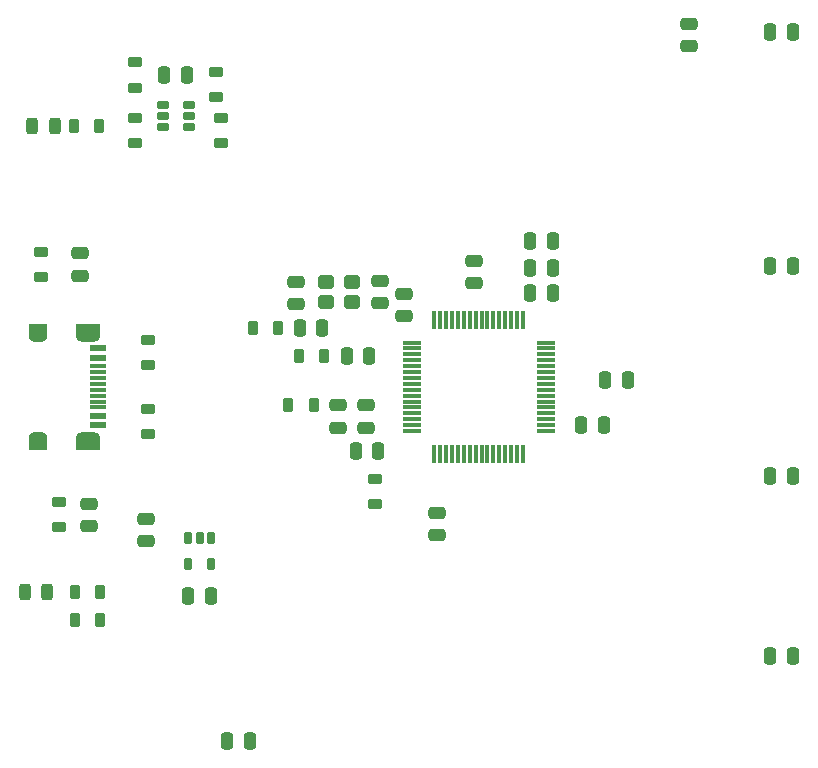
<source format=gtp>
G04 #@! TF.GenerationSoftware,KiCad,Pcbnew,6.0.7-f9a2dced07~116~ubuntu22.04.1*
G04 #@! TF.CreationDate,2022-10-12T16:01:38-07:00*
G04 #@! TF.ProjectId,tigard,74696761-7264-42e6-9b69-6361645f7063,rev?*
G04 #@! TF.SameCoordinates,Original*
G04 #@! TF.FileFunction,Paste,Top*
G04 #@! TF.FilePolarity,Positive*
%FSLAX46Y46*%
G04 Gerber Fmt 4.6, Leading zero omitted, Abs format (unit mm)*
G04 Created by KiCad (PCBNEW 6.0.7-f9a2dced07~116~ubuntu22.04.1) date 2022-10-12 16:01:38*
%MOMM*%
%LPD*%
G01*
G04 APERTURE LIST*
G04 Aperture macros list*
%AMRoundRect*
0 Rectangle with rounded corners*
0 $1 Rounding radius*
0 $2 $3 $4 $5 $6 $7 $8 $9 X,Y pos of 4 corners*
0 Add a 4 corners polygon primitive as box body*
4,1,4,$2,$3,$4,$5,$6,$7,$8,$9,$2,$3,0*
0 Add four circle primitives for the rounded corners*
1,1,$1+$1,$2,$3*
1,1,$1+$1,$4,$5*
1,1,$1+$1,$6,$7*
1,1,$1+$1,$8,$9*
0 Add four rect primitives between the rounded corners*
20,1,$1+$1,$2,$3,$4,$5,0*
20,1,$1+$1,$4,$5,$6,$7,0*
20,1,$1+$1,$6,$7,$8,$9,0*
20,1,$1+$1,$8,$9,$2,$3,0*%
G04 Aperture macros list end*
%ADD10RoundRect,0.218750X0.218750X0.381250X-0.218750X0.381250X-0.218750X-0.381250X0.218750X-0.381250X0*%
%ADD11O,2.100000X1.000000*%
%ADD12R,1.600000X1.000000*%
%ADD13R,2.100000X1.000000*%
%ADD14O,1.600000X1.000000*%
%ADD15R,1.450000X0.600000*%
%ADD16R,1.450000X0.300000*%
%ADD17RoundRect,0.243750X-0.243750X-0.456250X0.243750X-0.456250X0.243750X0.456250X-0.243750X0.456250X0*%
%ADD18RoundRect,0.218750X-0.218750X-0.381250X0.218750X-0.381250X0.218750X0.381250X-0.218750X0.381250X0*%
%ADD19RoundRect,0.250000X-0.250000X-0.475000X0.250000X-0.475000X0.250000X0.475000X-0.250000X0.475000X0*%
%ADD20RoundRect,0.250000X-0.475000X0.250000X-0.475000X-0.250000X0.475000X-0.250000X0.475000X0.250000X0*%
%ADD21RoundRect,0.218750X-0.381250X0.218750X-0.381250X-0.218750X0.381250X-0.218750X0.381250X0.218750X0*%
%ADD22RoundRect,0.250000X0.250000X0.475000X-0.250000X0.475000X-0.250000X-0.475000X0.250000X-0.475000X0*%
%ADD23RoundRect,0.075000X-0.700000X-0.075000X0.700000X-0.075000X0.700000X0.075000X-0.700000X0.075000X0*%
%ADD24RoundRect,0.075000X-0.075000X-0.700000X0.075000X-0.700000X0.075000X0.700000X-0.075000X0.700000X0*%
%ADD25RoundRect,0.162500X-0.367500X-0.162500X0.367500X-0.162500X0.367500X0.162500X-0.367500X0.162500X0*%
%ADD26RoundRect,0.162500X-0.162500X0.367500X-0.162500X-0.367500X0.162500X-0.367500X0.162500X0.367500X0*%
%ADD27RoundRect,0.300000X-0.400000X-0.300000X0.400000X-0.300000X0.400000X0.300000X-0.400000X0.300000X0*%
%ADD28RoundRect,0.218750X0.381250X-0.218750X0.381250X0.218750X-0.381250X0.218750X-0.381250X-0.218750X0*%
%ADD29RoundRect,0.250000X0.475000X-0.250000X0.475000X0.250000X-0.475000X0.250000X-0.475000X-0.250000X0*%
G04 APERTURE END LIST*
D10*
G04 #@! TO.C,R10*
X62987700Y-109728000D03*
X60862700Y-109728000D03*
G04 #@! TD*
D11*
G04 #@! TO.C,J1*
X61903200Y-94320000D03*
D12*
X57723200Y-85180000D03*
X57723200Y-94820000D03*
D13*
X61903200Y-94820000D03*
D11*
X61903200Y-85680000D03*
D13*
X61903200Y-85180000D03*
D14*
X57723200Y-94320000D03*
X57723200Y-85680000D03*
D15*
X62818200Y-86750000D03*
X62818200Y-87550000D03*
D16*
X62818200Y-88750000D03*
X62818200Y-89750000D03*
X62818200Y-90250000D03*
X62818200Y-91250000D03*
D15*
X62818200Y-92450000D03*
X62818200Y-93250000D03*
X62818200Y-93250000D03*
X62818200Y-92450000D03*
D16*
X62818200Y-91750000D03*
X62818200Y-90750000D03*
X62818200Y-89250000D03*
X62818200Y-88250000D03*
D15*
X62818200Y-87550000D03*
X62818200Y-86750000D03*
G04 #@! TD*
D17*
G04 #@! TO.C,D1*
X59101100Y-67900800D03*
X57226100Y-67900800D03*
G04 #@! TD*
D18*
G04 #@! TO.C,R6*
X79764100Y-87376000D03*
X81889100Y-87376000D03*
G04 #@! TD*
D19*
G04 #@! TO.C,C13*
X103698000Y-93218000D03*
X105598000Y-93218000D03*
G04 #@! TD*
D20*
G04 #@! TO.C,C25*
X61264800Y-78685600D03*
X61264800Y-80585600D03*
G04 #@! TD*
D19*
G04 #@! TO.C,C10*
X99395200Y-79908400D03*
X101295200Y-79908400D03*
G04 #@! TD*
G04 #@! TO.C,C6*
X79851200Y-85028800D03*
X81751200Y-85028800D03*
G04 #@! TD*
D20*
G04 #@! TO.C,C23*
X86614000Y-81005400D03*
X86614000Y-82905400D03*
G04 #@! TD*
D21*
G04 #@! TO.C,R1*
X67005200Y-86059500D03*
X67005200Y-88184500D03*
G04 #@! TD*
D22*
G04 #@! TO.C,C5*
X85739000Y-87376000D03*
X83839000Y-87376000D03*
G04 #@! TD*
D23*
G04 #@! TO.C,U3*
X89325000Y-86250000D03*
X89325000Y-86750000D03*
X89325000Y-87250000D03*
X89325000Y-87750000D03*
X89325000Y-88250000D03*
X89325000Y-88750000D03*
X89325000Y-89250000D03*
X89325000Y-89750000D03*
X89325000Y-90250000D03*
X89325000Y-90750000D03*
X89325000Y-91250000D03*
X89325000Y-91750000D03*
X89325000Y-92250000D03*
X89325000Y-92750000D03*
X89325000Y-93250000D03*
X89325000Y-93750000D03*
D24*
X91250000Y-95675000D03*
X91750000Y-95675000D03*
X92250000Y-95675000D03*
X92750000Y-95675000D03*
X93250000Y-95675000D03*
X93750000Y-95675000D03*
X94250000Y-95675000D03*
X94750000Y-95675000D03*
X95250000Y-95675000D03*
X95750000Y-95675000D03*
X96250000Y-95675000D03*
X96750000Y-95675000D03*
X97250000Y-95675000D03*
X97750000Y-95675000D03*
X98250000Y-95675000D03*
X98750000Y-95675000D03*
D23*
X100675000Y-93750000D03*
X100675000Y-93250000D03*
X100675000Y-92750000D03*
X100675000Y-92250000D03*
X100675000Y-91750000D03*
X100675000Y-91250000D03*
X100675000Y-90750000D03*
X100675000Y-90250000D03*
X100675000Y-89750000D03*
X100675000Y-89250000D03*
X100675000Y-88750000D03*
X100675000Y-88250000D03*
X100675000Y-87750000D03*
X100675000Y-87250000D03*
X100675000Y-86750000D03*
X100675000Y-86250000D03*
D24*
X98750000Y-84325000D03*
X98250000Y-84325000D03*
X97750000Y-84325000D03*
X97250000Y-84325000D03*
X96750000Y-84325000D03*
X96250000Y-84325000D03*
X95750000Y-84325000D03*
X95250000Y-84325000D03*
X94750000Y-84325000D03*
X94250000Y-84325000D03*
X93750000Y-84325000D03*
X93250000Y-84325000D03*
X92750000Y-84325000D03*
X92250000Y-84325000D03*
X91750000Y-84325000D03*
X91250000Y-84325000D03*
G04 #@! TD*
D25*
G04 #@! TO.C,U4*
X68242000Y-66101700D03*
X68242000Y-67051700D03*
X68242000Y-68001700D03*
X70442000Y-68001700D03*
X70442000Y-67051700D03*
X70442000Y-66101700D03*
G04 #@! TD*
D20*
G04 #@! TO.C,C15*
X91440000Y-100650000D03*
X91440000Y-102550000D03*
G04 #@! TD*
D26*
G04 #@! TO.C,U2*
X72324000Y-102818000D03*
X71374000Y-102818000D03*
X70424000Y-102818000D03*
X70424000Y-105018000D03*
X72324000Y-105018000D03*
G04 #@! TD*
D21*
G04 #@! TO.C,R13*
X65887600Y-62534800D03*
X65887600Y-64659800D03*
G04 #@! TD*
D27*
G04 #@! TO.C,Y1*
X82114200Y-82805400D03*
X84314200Y-82805400D03*
X84314200Y-81105400D03*
X82114200Y-81105400D03*
G04 #@! TD*
D20*
G04 #@! TO.C,C8*
X85500200Y-91546400D03*
X85500200Y-93446400D03*
G04 #@! TD*
D10*
G04 #@! TO.C,R4*
X62886100Y-67900800D03*
X60761100Y-67900800D03*
G04 #@! TD*
D21*
G04 #@! TO.C,R14*
X73152000Y-69388500D03*
X73152000Y-67263500D03*
G04 #@! TD*
D18*
G04 #@! TO.C,FB1*
X75877900Y-85054200D03*
X78002900Y-85054200D03*
G04 #@! TD*
D21*
G04 #@! TO.C,R12*
X72745600Y-65451500D03*
X72745600Y-63326500D03*
G04 #@! TD*
D19*
G04 #@! TO.C,C9*
X99380000Y-82042000D03*
X101280000Y-82042000D03*
G04 #@! TD*
D28*
G04 #@! TO.C,R15*
X65887600Y-69384200D03*
X65887600Y-67259200D03*
G04 #@! TD*
D22*
G04 #@! TO.C,C20*
X121600000Y-112776000D03*
X119700000Y-112776000D03*
G04 #@! TD*
G04 #@! TO.C,C22*
X121600000Y-59944000D03*
X119700000Y-59944000D03*
G04 #@! TD*
D21*
G04 #@! TO.C,R2*
X67005200Y-91901500D03*
X67005200Y-94026500D03*
G04 #@! TD*
D20*
G04 #@! TO.C,C2*
X112776000Y-61148000D03*
X112776000Y-59248000D03*
G04 #@! TD*
D28*
G04 #@! TO.C,FB3*
X59486800Y-101900500D03*
X59486800Y-99775500D03*
G04 #@! TD*
D22*
G04 #@! TO.C,C21*
X121600000Y-79756000D03*
X119700000Y-79756000D03*
G04 #@! TD*
D17*
G04 #@! TO.C,D5*
X56618900Y-107391200D03*
X58493900Y-107391200D03*
G04 #@! TD*
D22*
G04 #@! TO.C,C19*
X121600000Y-97536000D03*
X119700000Y-97536000D03*
G04 #@! TD*
D19*
G04 #@! TO.C,C16*
X99395200Y-77622400D03*
X101295200Y-77622400D03*
G04 #@! TD*
D22*
G04 #@! TO.C,C18*
X70292000Y-63627000D03*
X68392000Y-63627000D03*
G04 #@! TD*
D29*
G04 #@! TO.C,C3*
X66802000Y-103058000D03*
X66802000Y-101158000D03*
G04 #@! TD*
D18*
G04 #@! TO.C,R11*
X60862700Y-107391200D03*
X62987700Y-107391200D03*
G04 #@! TD*
D21*
G04 #@! TO.C,R3*
X57962800Y-78573100D03*
X57962800Y-80698100D03*
G04 #@! TD*
D28*
G04 #@! TO.C,R7*
X86236800Y-99908900D03*
X86236800Y-97783900D03*
G04 #@! TD*
D22*
G04 #@! TO.C,C1*
X75626000Y-120000000D03*
X73726000Y-120000000D03*
G04 #@! TD*
D18*
G04 #@! TO.C,FB2*
X78900500Y-91531200D03*
X81025500Y-91531200D03*
G04 #@! TD*
D29*
G04 #@! TO.C,C26*
X61976000Y-101788000D03*
X61976000Y-99888000D03*
G04 #@! TD*
D22*
G04 #@! TO.C,C4*
X72324000Y-107728000D03*
X70424000Y-107728000D03*
G04 #@! TD*
D19*
G04 #@! TO.C,C14*
X105730000Y-89408000D03*
X107630000Y-89408000D03*
G04 #@! TD*
D20*
G04 #@! TO.C,C7*
X83061800Y-91546400D03*
X83061800Y-93446400D03*
G04 #@! TD*
D22*
G04 #@! TO.C,C11*
X86526400Y-95442800D03*
X84626400Y-95442800D03*
G04 #@! TD*
D29*
G04 #@! TO.C,C17*
X94618800Y-81214000D03*
X94618800Y-79314000D03*
G04 #@! TD*
G04 #@! TO.C,C12*
X88646000Y-84008000D03*
X88646000Y-82108000D03*
G04 #@! TD*
G04 #@! TO.C,C31*
X79502000Y-82992000D03*
X79502000Y-81092000D03*
G04 #@! TD*
M02*

</source>
